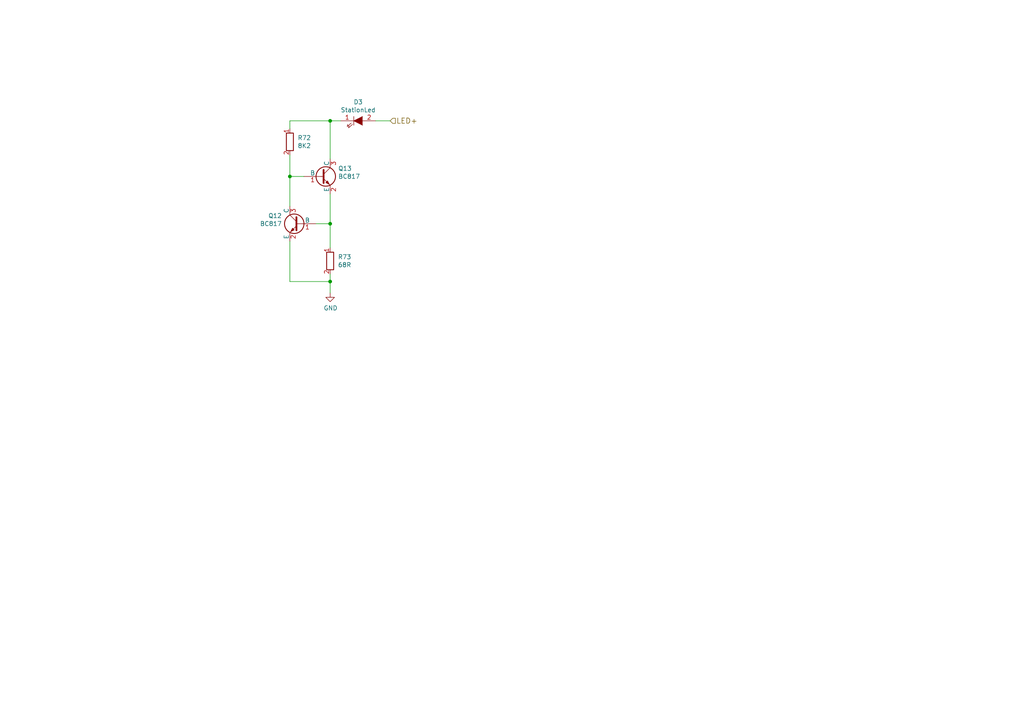
<source format=kicad_sch>
(kicad_sch (version 20220126) (generator eeschema)
  (paper "A4")
  (title_block (title "Ardumower shield SVN Version") (date "2021-01-18") (rev "1.4") (company "ML AG JL BS UZ") (comment 1 "Schaltplan und Layout UweZ"))
  (lib_symbols
    (symbol "ardumower-mega-shield-svn-rescue:BC817-40-RESCUE-ardumower_mega_shield_svn" (pin_names (offset 0))
      (property "Reference" "Q" (at 5.08 1.905 0))
      (property "Value" "BC817-40-RESCUE-ardumower_mega_shield_svn" (at 5.08 0 0))
      (symbol "BC817-40-RESCUE-ardumower_mega_shield_svn_0_1"
        (polyline (pts (xy 0 0) (xy 0.635 0)))
        (polyline (pts (xy 2.54 2.54) (xy 0.635 0.635)))
        (polyline (pts (xy 0.635 -0.635) (xy 2.54 -2.54) (xy 2.54 -2.54)))
        (polyline (pts (xy 0.635 1.905) (xy 0.635 -1.905) (xy 0.635 -1.905)) (stroke (width 0.508)))
        (polyline (pts (xy 1.27 -1.778) (xy 1.778 -1.27) (xy 2.286 -2.286) (xy 1.27 -1.778) (xy 1.27 -1.778)) (fill (type outline)))
        (circle (center 1.27 0) (radius 2.8194) (stroke (width 0.254)))
      )
      (symbol "BC817-40-RESCUE-ardumower_mega_shield_svn_1_1"
        (pin input line (at -5.08 0 0) (length 5.08) (name "B") (number "1"))
        (pin passive line (at 2.54 -5.08 90) (length 2.54) (name "E") (number "2"))
        (pin passive line (at 2.54 5.08 270) (length 2.54) (name "C") (number "3"))
      )
    )
    (symbol "ardumower-mega-shield-svn-rescue:GND-RESCUE-ardumower_mega_shield_svn" (power) (pin_names (offset 0))
      (property "Value" "GND-RESCUE-ardumower_mega_shield_svn" (at 0 -3.81 0))
      (symbol "GND-RESCUE-ardumower_mega_shield_svn_0_1"
        (polyline (pts (xy 0 0) (xy 0 -1.27) (xy 1.27 -1.27) (xy 0 -2.54) (xy -1.27 -1.27) (xy 0 -1.27)))
      )
      (symbol "GND-RESCUE-ardumower_mega_shield_svn_1_1"
        (pin power_in line (at 0 0 270) (length 0) hide (name "GND") (number "1"))
      )
    )
    (symbol "ardumower-mega-shield-svn-rescue:LED-RESCUE-ardumower_mega_shield_svn" (pin_names hide)
      (property "Reference" "D" (at 0 2.54 0))
      (property "Value" "LED-RESCUE-ardumower_mega_shield_svn" (at 0 -2.54 0))
      (symbol "LED-RESCUE-ardumower_mega_shield_svn_0_1"
        (polyline (pts (xy -1.27 1.27) (xy -1.27 -1.27)))
        (polyline (pts (xy -2.032 -0.635) (xy -3.175 -1.651) (xy -3.048 -1.016)))
        (polyline (pts (xy -1.651 -1.016) (xy -2.794 -2.032) (xy -2.667 -1.397)))
        (polyline (pts (xy 1.27 1.27) (xy -1.27 0) (xy 1.27 -1.27)) (fill (type outline)))
      )
      (symbol "LED-RESCUE-ardumower_mega_shield_svn_1_1"
        (pin passive line (at -5.08 0 0) (length 3.81) (name "K") (number "1"))
        (pin passive line (at 5.08 0 180) (length 3.81) (name "A") (number "2"))
      )
    )
    (symbol "ardumower-mega-shield-svn-rescue:R-RESCUE-ardumower_mega_shield_svn" (pin_names (offset 0))
      (property "Reference" "R" (at 2.032 0 90))
      (property "Value" "R-RESCUE-ardumower_mega_shield_svn" (at 0 0 90))
      (symbol "R-RESCUE-ardumower_mega_shield_svn_0_1"
        (rectangle (start -1.016 -2.54) (end 1.016 2.54) (stroke (width 0.254)))
      )
      (symbol "R-RESCUE-ardumower_mega_shield_svn_1_1"
        (pin passive line (at 0 3.81 270) (length 1.27) (name "~") (number "1"))
        (pin passive line (at 0 -3.81 90) (length 1.27) (name "~") (number "2"))
      )
    )
  )
  (junction (at 84.074 51.181) (diameter 0.9144))
  (junction (at 95.758 64.897) (diameter 0.9144))
  (junction (at 95.758 35.052) (diameter 0.9144))
  (junction (at 95.758 81.661) (diameter 0.9144))
  (wire (pts (xy 95.758 81.661) (xy 84.074 81.661)))
  (wire (pts (xy 88.138 51.181) (xy 84.074 51.181)))
  (wire (pts (xy 84.074 81.661) (xy 84.074 69.977)))
  (wire (pts (xy 84.074 37.338) (xy 84.074 35.052)))
  (wire (pts (xy 95.758 81.661) (xy 95.758 84.963)))
  (wire (pts (xy 95.758 64.897) (xy 95.758 71.882)))
  (wire (pts (xy 108.966 35.052) (xy 113.157 35.052)))
  (wire (pts (xy 95.758 79.502) (xy 95.758 81.661)))
  (wire (pts (xy 95.758 35.052) (xy 98.806 35.052)))
  (wire (pts (xy 84.074 51.181) (xy 84.074 59.817)))
  (wire (pts (xy 84.074 44.958) (xy 84.074 51.181)))
  (wire (pts (xy 84.074 35.052) (xy 95.758 35.052)))
  (wire (pts (xy 91.694 64.897) (xy 95.758 64.897)))
  (wire (pts (xy 95.758 35.052) (xy 95.758 46.101)))
  (wire (pts (xy 95.758 56.261) (xy 95.758 64.897)))
  (image (at -70.612 63.119) (scale 2))
  (text "[18:58:55] Jürgen Lange: was hälst du von einem bc337 ein netter aller welt type" (at -210.058 117.983 0) (effects (font (size 2.9972 2.9972)) (justify left bottom)))
  (text "BC817; BC817W; BC337: 45 V, 500 mA NPN \n\nsot323" (at -71.374 138.43 0) (effects (font (size 1.524 1.524)) (justify left bottom)))
  (hierarchical_label "LED+" (shape input) (at 113.157 35.052 0) (effects (font (size 1.524 1.524))))
  (symbol (lib_id "ardumower-mega-shield-svn-rescue:R-RESCUE-ardumower_mega_shield_svn") (at 84.074 41.148 0) (unit 1)
    (property "Reference" "R72" (at 86.3092 39.9796 0) (effects (justify left)))
    (property "Value" "8K2" (at 86.3092 42.291 0) (effects (justify left)))
    (property "Footprint" "Zimprich:R_1206" (effects hide))
    (property "Gehäuseart" "1206" (effects hide))
    (property "Bestelllink" "https://www.reichelt.de/de/en/smd-resistor-1206-8-2-kohm-125-mw-1--rnd-1206-1-8-2k-p183393.html?GROUPID=7974&SEARCH=rnd%2B1206%2B1%2B8%252C2k&&r=1" (effects hide))
    (property "Technische Daten" "SMD Resistor 1206, 8.2 kOhm, 125 mW, 1%" (effects hide))
    (property "Bestellnummer" "R: RND 1206 1 8,2K" (effects hide))
    (property "Funktion" "SMD Resistor 1206, 8.2 kOhm, 125 mW, 1%" (effects hide))
    (property "Hersteller" "Value" (effects hide))
    (property "Hersteller Bestellnummer" "Value" (effects hide))
    (property "JLCPCB LCSC Part" "C18027" (effects hide))
  )
  (symbol (lib_id "ardumower-mega-shield-svn-rescue:R-RESCUE-ardumower_mega_shield_svn") (at 95.758 75.692 0) (unit 1)
    (property "Reference" "R73" (at 97.9932 74.5236 0) (effects (justify left)))
    (property "Value" "68R" (at 97.9932 76.835 0) (effects (justify left)))
    (property "Footprint" "Resistor_SMD:R_0805_2012Metric" (effects hide))
    (property "Datasheet" "https://cdn-reichelt.de/documents/datenblatt/B300/RND_SMD_0805_RESISTOR_2017.pdf" (effects hide))
    (property "Gehäuseart" "0805" (effects hide))
    (property "Bestelllink" "https://www.reichelt.de/de/en/smd-resistor-0805-68-ohm-100-mw-1--rnd-0805-1-68-p183168.html?search=RND+0805+1+68&&r=1" (effects hide))
    (property "Technische Daten" "SMD Resistor 0805, 68 Ohm, 100 mW, 1%" (effects hide))
    (property "Bestellnummer" "R: RND 0805 1 68" (effects hide))
    (property "Bauform" "0805" (effects hide))
    (property "Funktion" "SMD Resistor 0805, 68 Ohm, 100 mW, 1%" (effects hide))
    (property "Hersteller" "Value" (effects hide))
    (property "Hersteller Bestellnummer" "Value" (effects hide))
    (property "JLCPCB LCSC Part" "C17802" (effects hide))
  )
  (symbol (lib_id "ardumower-mega-shield-svn-rescue:LED-RESCUE-ardumower_mega_shield_svn") (at 103.886 35.052 0) (unit 1)
    (property "Reference" "D3" (at 103.886 29.591 0))
    (property "Value" "StationLed" (at 103.886 31.9024 0))
    (property "Footprint" "LED_SMD:LED_0805_2012Metric" (effects hide))
    (property "Datasheet" "https://cdn-reichelt.de/documents/datenblatt/C500/RND%20135-00185_ENG_TDS.pdf" (effects hide))
    (property "Gehäuseart" "0805" (effects hide))
    (property "Bestelllink" "https://www.reichelt.de/led-smd-0805-gelb-120-mcd-rnd-135-00185-p263781.html?&trstct=pos_0&nbc=1" (effects hide))
    (property "Technische Daten" "LED, SMD, 0805, gelb, 120 mcd" (effects hide))
    (property "Bestellnummer" "R: RND 135-00185" (effects hide))
    (property "JLCPCB LCSC Part" "C2296" (effects hide))
  )
  (symbol (lib_id "ardumower-mega-shield-svn-rescue:GND-RESCUE-ardumower_mega_shield_svn") (at 95.758 84.963 0) (unit 1)
    (property "Reference" "#PWR0274" (effects hide))
    (property "Value" "GND" (at 95.885 89.3572 0))
  )
  (symbol (lib_id "ardumower-mega-shield-svn-rescue:BC817-40-RESCUE-ardumower_mega_shield_svn") (at 93.218 51.181 0) (unit 1)
    (property "Reference" "Q13" (at 98.0694 48.8696 0) (effects (justify left)))
    (property "Value" "BC817" (at 98.0694 51.181 0) (effects (justify left)))
    (property "Footprint" "TO_SOT_Packages_SMD:SOT-23" (effects hide))
    (property "Bestelllink" "https://www.reichelt.de/SB-SKE-4F-Dioden/S-1G-SMD/3/index.html?ACTION=3&LA=446&ARTICLE=95354&GROUPID=2991&artnr=S+1G+SMD&SEARCH=S%2B1G%2BSMD" (effects hide))
    (property "Bestellnummer" "R: BC 817-40 SMD" (effects hide))
    (property "Bestücken (Assemble)" "JA (YES)" (effects hide))
    (property "Funktion" "Transistor SMD NPN SOT-23 45 V 0.5 A 0.25 W" (effects hide))
    (property "JLCPCB LCSC Part" "C118725" (effects hide))
    (property "Gehäuseart" "SOT-23" (effects hide))
  )
  (symbol (lib_id "ardumower-mega-shield-svn-rescue:BC817-40-RESCUE-ardumower_mega_shield_svn") (at 86.614 64.897 0) (mirror y) (unit 1)
    (property "Reference" "Q12" (at 81.7626 62.5856 0) (effects (justify left)))
    (property "Value" "BC817" (at 81.7626 64.897 0) (effects (justify left)))
    (property "Footprint" "TO_SOT_Packages_SMD:SOT-23" (effects hide))
    (property "Bestelllink" "https://www.reichelt.de/SB-SKE-4F-Dioden/S-1G-SMD/3/index.html?ACTION=3&LA=446&ARTICLE=95354&GROUPID=2991&artnr=S+1G+SMD&SEARCH=S%2B1G%2BSMD" (effects hide))
    (property "Bestellnummer" "R: BC 817-40 SMD" (effects hide))
    (property "Bestücken (Assemble)" "JA (YES)" (effects hide))
    (property "Funktion" "Transistor SMD NPN SOT-23 45 V 0.5 A 0.25 W" (effects hide))
    (property "JLCPCB Basic / Extern" "1" (effects hide))
    (property "Gehäuseart" "SOT-23" (effects hide))
  )
)
</source>
